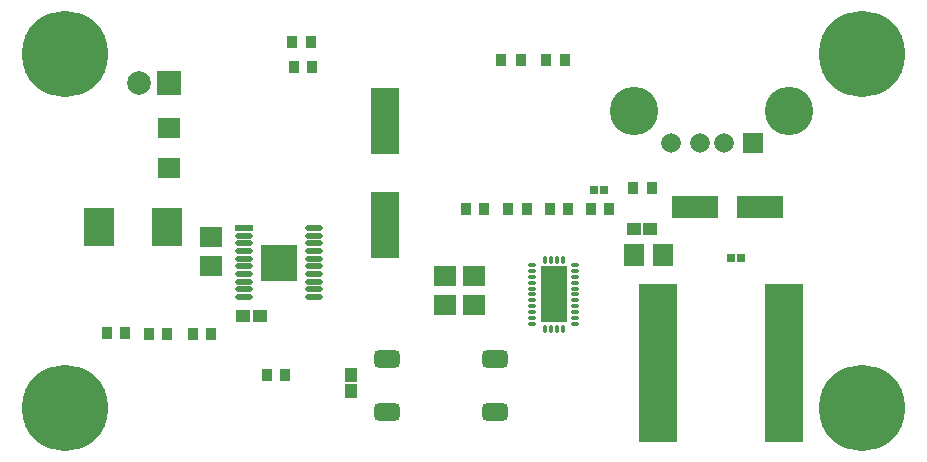
<source format=gts>
G04*
G04 #@! TF.GenerationSoftware,Altium Limited,Altium Designer,19.1.6 (110)*
G04*
G04 Layer_Color=8388736*
%FSLAX43Y43*%
%MOMM*%
G71*
G01*
G75*
%ADD15R,1.900X1.750*%
%ADD16R,0.950X1.000*%
%ADD17R,1.250X1.100*%
%ADD18R,1.900X1.800*%
%ADD19R,1.100X1.250*%
%ADD20R,1.500X0.550*%
%ADD21O,1.500X0.550*%
%ADD22R,3.060X3.060*%
%ADD23R,0.900X1.050*%
%ADD24R,1.750X1.900*%
%ADD25R,3.950X1.900*%
%ADD26R,0.760X0.720*%
%ADD27R,2.450X5.550*%
%ADD28R,2.550X3.250*%
%ADD29R,3.280X13.400*%
G04:AMPARAMS|DCode=30|XSize=2.2mm|YSize=1.5mm|CornerRadius=0.4mm|HoleSize=0mm|Usage=FLASHONLY|Rotation=0.000|XOffset=0mm|YOffset=0mm|HoleType=Round|Shape=RoundedRectangle|*
%AMROUNDEDRECTD30*
21,1,2.200,0.700,0,0,0.0*
21,1,1.400,1.500,0,0,0.0*
1,1,0.800,0.700,-0.350*
1,1,0.800,-0.700,-0.350*
1,1,0.800,-0.700,0.350*
1,1,0.800,0.700,0.350*
%
%ADD30ROUNDEDRECTD30*%
%ADD31R,2.300X4.700*%
%ADD32O,0.350X0.800*%
%ADD33O,0.800X0.350*%
%ADD34R,2.000X2.000*%
%ADD35C,2.000*%
%ADD36C,4.100*%
%ADD37C,1.670*%
%ADD38R,1.670X1.670*%
%ADD39C,7.300*%
D15*
X87375Y73775D02*
D03*
Y76225D02*
D03*
X89850Y76250D02*
D03*
Y73800D02*
D03*
X67575Y77100D02*
D03*
Y79550D02*
D03*
D16*
X104875Y83700D02*
D03*
X103325D02*
D03*
X101275Y81900D02*
D03*
X99725D02*
D03*
X89125D02*
D03*
X90675D02*
D03*
X95950Y94550D02*
D03*
X97500D02*
D03*
X74575Y93925D02*
D03*
X76125D02*
D03*
X73825Y67875D02*
D03*
X72275D02*
D03*
X60325Y71375D02*
D03*
X58775D02*
D03*
X63850Y71350D02*
D03*
X62300D02*
D03*
X67600D02*
D03*
X66050D02*
D03*
X96275Y81900D02*
D03*
X97825D02*
D03*
X92750Y81925D02*
D03*
X94300D02*
D03*
D17*
X104750Y80200D02*
D03*
X103350D02*
D03*
X71700Y72850D02*
D03*
X70300D02*
D03*
D18*
X64025Y85375D02*
D03*
Y88775D02*
D03*
D19*
X79450Y66475D02*
D03*
Y67875D02*
D03*
D20*
X70350Y80300D02*
D03*
D21*
Y79650D02*
D03*
Y79000D02*
D03*
Y78350D02*
D03*
Y77700D02*
D03*
Y77050D02*
D03*
Y76400D02*
D03*
Y75750D02*
D03*
Y75100D02*
D03*
Y74450D02*
D03*
X76250Y80300D02*
D03*
Y79650D02*
D03*
Y79000D02*
D03*
Y78350D02*
D03*
Y77700D02*
D03*
Y77050D02*
D03*
Y76400D02*
D03*
Y75750D02*
D03*
Y75100D02*
D03*
Y74450D02*
D03*
D22*
X73300Y77375D02*
D03*
D23*
X93775Y94525D02*
D03*
X92125D02*
D03*
X76050Y96075D02*
D03*
X74400D02*
D03*
D24*
X103400Y78025D02*
D03*
X105850D02*
D03*
D25*
X114075Y82050D02*
D03*
X108575D02*
D03*
D26*
X112450Y77750D02*
D03*
X111570D02*
D03*
X99960Y83525D02*
D03*
X100840D02*
D03*
D27*
X82275Y89375D02*
D03*
Y80575D02*
D03*
D28*
X58125Y80350D02*
D03*
X63825D02*
D03*
D29*
X105450Y68850D02*
D03*
X116050D02*
D03*
D30*
X82475Y69240D02*
D03*
X91575D02*
D03*
Y64760D02*
D03*
X82475D02*
D03*
D31*
X96600Y74675D02*
D03*
D32*
X97350Y71750D02*
D03*
X96850D02*
D03*
X96350D02*
D03*
X95850D02*
D03*
Y77600D02*
D03*
X96350D02*
D03*
X96850D02*
D03*
X97350D02*
D03*
D33*
X94775Y72175D02*
D03*
Y72675D02*
D03*
Y73175D02*
D03*
Y73675D02*
D03*
Y74175D02*
D03*
Y74675D02*
D03*
Y75175D02*
D03*
Y75675D02*
D03*
Y76175D02*
D03*
Y76675D02*
D03*
Y77175D02*
D03*
X98425D02*
D03*
Y76675D02*
D03*
Y76175D02*
D03*
Y75675D02*
D03*
Y75175D02*
D03*
Y74675D02*
D03*
Y74175D02*
D03*
Y73675D02*
D03*
Y73175D02*
D03*
Y72675D02*
D03*
Y72175D02*
D03*
D34*
X64000Y92550D02*
D03*
D35*
X61500D02*
D03*
D36*
X103405Y90175D02*
D03*
X116545D02*
D03*
D37*
X106475Y87465D02*
D03*
X108975D02*
D03*
X110975D02*
D03*
D38*
X113475D02*
D03*
D39*
X55225Y95075D02*
D03*
Y65075D02*
D03*
X122725Y95075D02*
D03*
Y65075D02*
D03*
M02*

</source>
